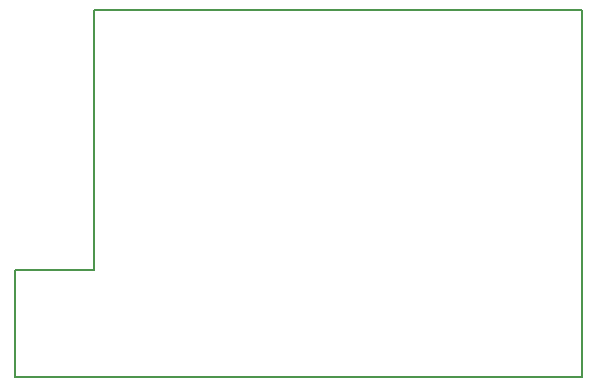
<source format=gm1>
G04 #@! TF.GenerationSoftware,KiCad,Pcbnew,7.0.2-6a45011f42~172~ubuntu20.04.1*
G04 #@! TF.CreationDate,2023-05-13T12:04:57+10:00*
G04 #@! TF.ProjectId,pcb_redesign,7063625f-7265-4646-9573-69676e2e6b69,rev?*
G04 #@! TF.SameCoordinates,Original*
G04 #@! TF.FileFunction,Profile,NP*
%FSLAX46Y46*%
G04 Gerber Fmt 4.6, Leading zero omitted, Abs format (unit mm)*
G04 Created by KiCad (PCBNEW 7.0.2-6a45011f42~172~ubuntu20.04.1) date 2023-05-13 12:04:57*
%MOMM*%
%LPD*%
G01*
G04 APERTURE LIST*
G04 #@! TA.AperFunction,Profile*
%ADD10C,0.200000*%
G04 #@! TD*
G04 APERTURE END LIST*
D10*
X112650000Y-78000000D02*
X112650000Y-58000000D01*
X112650000Y-58000000D02*
X112650000Y-56000000D01*
X112650000Y-58000000D02*
X112650000Y-58000000D01*
X112650000Y-56000000D02*
X154000000Y-56000000D01*
X106000000Y-87000000D02*
X106000000Y-78000000D01*
X154000000Y-56000000D02*
X154000000Y-87000000D01*
X106000000Y-78000000D02*
X112650000Y-78000000D01*
X106000000Y-87000000D02*
X154000000Y-87000000D01*
M02*

</source>
